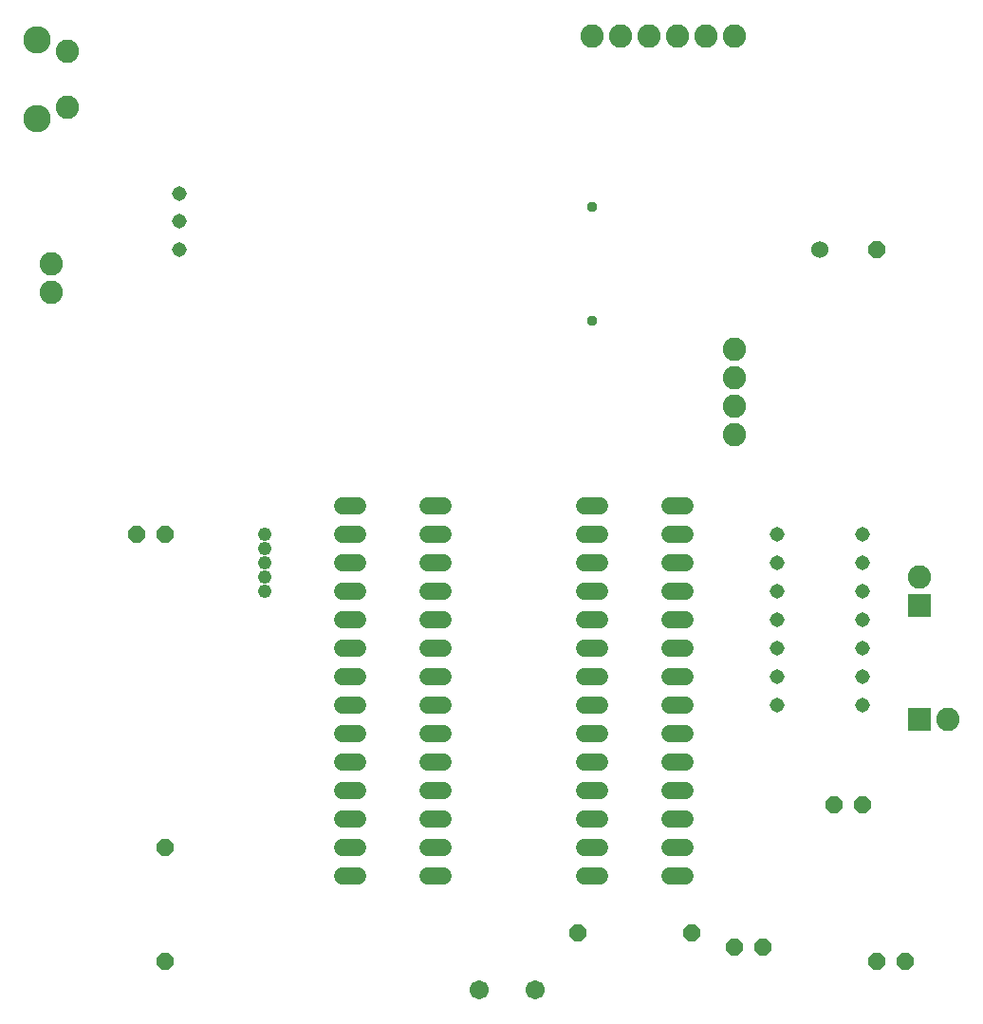
<source format=gbs>
G75*
%MOIN*%
%OFA0B0*%
%FSLAX25Y25*%
%IPPOS*%
%LPD*%
%AMOC8*
5,1,8,0,0,1.08239X$1,22.5*
%
%ADD10C,0.08200*%
%ADD11OC8,0.06000*%
%ADD12C,0.06000*%
%ADD13R,0.08200X0.08200*%
%ADD14C,0.06000*%
%ADD15C,0.08182*%
%ADD16C,0.09658*%
%ADD17C,0.05162*%
%ADD18C,0.04800*%
%ADD19C,0.06737*%
%ADD20C,0.03778*%
D10*
X0256300Y0236300D03*
X0256300Y0246300D03*
X0256300Y0256300D03*
X0256300Y0266300D03*
X0321300Y0186300D03*
X0331300Y0136300D03*
X0256300Y0376300D03*
X0246300Y0376300D03*
X0236300Y0376300D03*
X0226300Y0376300D03*
X0216300Y0376300D03*
X0206300Y0376300D03*
X0016300Y0296300D03*
X0016300Y0286300D03*
D11*
X0056300Y0051300D03*
X0056300Y0091300D03*
X0056300Y0201300D03*
X0046300Y0201300D03*
X0201300Y0061300D03*
X0241300Y0061300D03*
X0256300Y0056300D03*
X0266300Y0056300D03*
X0306300Y0051300D03*
X0316300Y0051300D03*
X0301300Y0106300D03*
X0291300Y0106300D03*
X0306300Y0301300D03*
D12*
X0286300Y0301300D03*
D13*
X0321300Y0176300D03*
X0321300Y0136300D03*
D14*
X0238900Y0131300D02*
X0233700Y0131300D01*
X0233700Y0141300D02*
X0238900Y0141300D01*
X0238900Y0151300D02*
X0233700Y0151300D01*
X0233700Y0161300D02*
X0238900Y0161300D01*
X0238900Y0171300D02*
X0233700Y0171300D01*
X0233700Y0181300D02*
X0238900Y0181300D01*
X0238900Y0191300D02*
X0233700Y0191300D01*
X0233700Y0201300D02*
X0238900Y0201300D01*
X0238900Y0211300D02*
X0233700Y0211300D01*
X0208900Y0211300D02*
X0203700Y0211300D01*
X0203700Y0201300D02*
X0208900Y0201300D01*
X0208900Y0191300D02*
X0203700Y0191300D01*
X0203700Y0181300D02*
X0208900Y0181300D01*
X0208900Y0171300D02*
X0203700Y0171300D01*
X0203700Y0161300D02*
X0208900Y0161300D01*
X0208900Y0151300D02*
X0203700Y0151300D01*
X0203700Y0141300D02*
X0208900Y0141300D01*
X0208900Y0131300D02*
X0203700Y0131300D01*
X0203700Y0121300D02*
X0208900Y0121300D01*
X0208900Y0111300D02*
X0203700Y0111300D01*
X0203700Y0101300D02*
X0208900Y0101300D01*
X0208900Y0091300D02*
X0203700Y0091300D01*
X0203700Y0081300D02*
X0208900Y0081300D01*
X0233700Y0081300D02*
X0238900Y0081300D01*
X0238900Y0091300D02*
X0233700Y0091300D01*
X0233700Y0101300D02*
X0238900Y0101300D01*
X0238900Y0111300D02*
X0233700Y0111300D01*
X0233700Y0121300D02*
X0238900Y0121300D01*
X0153900Y0121300D02*
X0148700Y0121300D01*
X0148700Y0111300D02*
X0153900Y0111300D01*
X0153900Y0101300D02*
X0148700Y0101300D01*
X0148700Y0091300D02*
X0153900Y0091300D01*
X0153900Y0081300D02*
X0148700Y0081300D01*
X0123900Y0081300D02*
X0118700Y0081300D01*
X0118700Y0091300D02*
X0123900Y0091300D01*
X0123900Y0101300D02*
X0118700Y0101300D01*
X0118700Y0111300D02*
X0123900Y0111300D01*
X0123900Y0121300D02*
X0118700Y0121300D01*
X0118700Y0131300D02*
X0123900Y0131300D01*
X0123900Y0141300D02*
X0118700Y0141300D01*
X0118700Y0151300D02*
X0123900Y0151300D01*
X0123900Y0161300D02*
X0118700Y0161300D01*
X0118700Y0171300D02*
X0123900Y0171300D01*
X0123900Y0181300D02*
X0118700Y0181300D01*
X0118700Y0191300D02*
X0123900Y0191300D01*
X0123900Y0201300D02*
X0118700Y0201300D01*
X0118700Y0211300D02*
X0123900Y0211300D01*
X0148700Y0211300D02*
X0153900Y0211300D01*
X0153900Y0201300D02*
X0148700Y0201300D01*
X0148700Y0191300D02*
X0153900Y0191300D01*
X0153900Y0181300D02*
X0148700Y0181300D01*
X0148700Y0171300D02*
X0153900Y0171300D01*
X0153900Y0161300D02*
X0148700Y0161300D01*
X0148700Y0151300D02*
X0153900Y0151300D01*
X0153900Y0141300D02*
X0148700Y0141300D01*
X0148700Y0131300D02*
X0153900Y0131300D01*
D15*
X0021930Y0351457D03*
X0021930Y0371143D03*
D16*
X0011300Y0375080D03*
X0011300Y0347520D03*
D17*
X0061300Y0321143D03*
X0061300Y0311300D03*
X0061300Y0301457D03*
X0271300Y0201300D03*
X0271300Y0191300D03*
X0271300Y0181300D03*
X0271300Y0171300D03*
X0271300Y0161300D03*
X0271300Y0151300D03*
X0271300Y0141300D03*
X0301300Y0141300D03*
X0301300Y0151300D03*
X0301300Y0161300D03*
X0301300Y0171300D03*
X0301300Y0181300D03*
X0301300Y0191300D03*
X0301300Y0201300D03*
D18*
X0091300Y0201300D03*
X0091300Y0196300D03*
X0091300Y0191300D03*
X0091300Y0186300D03*
X0091300Y0181300D03*
D19*
X0166457Y0041300D03*
X0186143Y0041300D03*
D20*
X0206300Y0276300D03*
X0206300Y0316300D03*
M02*

</source>
